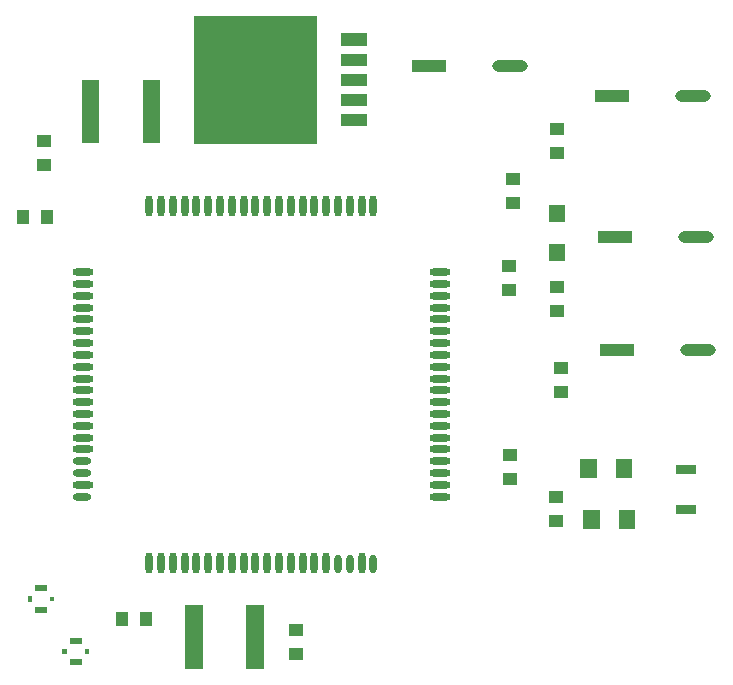
<source format=gtp>
G04 Layer_Color=8421504*
%FSLAX44Y44*%
%MOMM*%
G71*
G01*
G75*
%ADD12R,1.2700X1.0160*%
%ADD13O,3.0000X1.0000*%
%ADD14R,3.0000X1.0000*%
%ADD18R,1.0160X1.2700*%
%ADD20O,0.6000X1.8000*%
%ADD21O,1.8000X0.6000*%
%ADD22O,1.6000X0.6000*%
%ADD23O,0.6000X1.6000*%
G36*
X326310Y340510D02*
X316310D01*
Y345510D01*
X326310D01*
Y340510D01*
D02*
G37*
G36*
X332560Y332010D02*
X329060D01*
Y336010D01*
X332560D01*
Y332010D01*
D02*
G37*
G36*
X313560Y331760D02*
X310060D01*
Y336260D01*
X313560D01*
Y331760D01*
D02*
G37*
G36*
X875910Y405720D02*
X858910D01*
Y413720D01*
X875910D01*
Y405720D01*
D02*
G37*
G36*
X824611Y393319D02*
X810641D01*
Y409321D01*
X824611D01*
Y393319D01*
D02*
G37*
G36*
X794639D02*
X780669D01*
Y409321D01*
X794639D01*
Y393319D01*
D02*
G37*
G36*
X326310Y322510D02*
X316310D01*
Y327510D01*
X326310D01*
Y322510D01*
D02*
G37*
G36*
X355774Y278314D02*
X345774D01*
Y283314D01*
X355774D01*
Y278314D01*
D02*
G37*
G36*
X510020Y275006D02*
X495020D01*
Y329006D01*
X510020D01*
Y275006D01*
D02*
G37*
G36*
X458520D02*
X443520D01*
Y329006D01*
X458520D01*
Y275006D01*
D02*
G37*
G36*
X355774Y296314D02*
X345774D01*
Y301314D01*
X355774D01*
Y296314D01*
D02*
G37*
G36*
X362024Y287814D02*
X358524D01*
Y291814D01*
X362024D01*
Y287814D01*
D02*
G37*
G36*
X343024Y287564D02*
X339524D01*
Y292064D01*
X343024D01*
Y287564D01*
D02*
G37*
G36*
X597027Y751078D02*
X575437D01*
Y761746D01*
X597027D01*
Y751078D01*
D02*
G37*
G36*
Y734060D02*
X575437D01*
Y744728D01*
X597027D01*
Y734060D01*
D02*
G37*
G36*
X422390Y719760D02*
X407390D01*
Y773760D01*
X422390D01*
Y719760D01*
D02*
G37*
G36*
X597027Y802132D02*
X575437D01*
Y812800D01*
X597027D01*
Y802132D01*
D02*
G37*
G36*
Y785114D02*
X575437D01*
Y795782D01*
X597027D01*
Y785114D01*
D02*
G37*
G36*
Y768096D02*
X575437D01*
Y778764D01*
X597027D01*
Y768096D01*
D02*
G37*
G36*
X370890Y719760D02*
X355890D01*
Y773760D01*
X370890D01*
Y719760D01*
D02*
G37*
G36*
X875910Y439720D02*
X858910D01*
Y447720D01*
X875910D01*
Y439720D01*
D02*
G37*
G36*
X822071Y436499D02*
X808101D01*
Y452501D01*
X822071D01*
Y436499D01*
D02*
G37*
G36*
X792099D02*
X778129D01*
Y452501D01*
X792099D01*
Y436499D01*
D02*
G37*
G36*
X554970Y719430D02*
X450870D01*
Y827430D01*
X554970D01*
Y719430D01*
D02*
G37*
G36*
X765175Y653415D02*
X751205D01*
Y667385D01*
X765175D01*
Y653415D01*
D02*
G37*
G36*
Y620395D02*
X751205D01*
Y634365D01*
X765175D01*
Y620395D01*
D02*
G37*
D12*
X323850Y721360D02*
D03*
Y701040D02*
D03*
X757174Y420624D02*
D03*
Y400304D02*
D03*
X717550Y595630D02*
D03*
Y615950D02*
D03*
X721360Y669290D02*
D03*
Y689610D02*
D03*
X758190Y711200D02*
D03*
Y731520D02*
D03*
Y598170D02*
D03*
Y577850D02*
D03*
X762000Y529590D02*
D03*
Y509270D02*
D03*
X718820Y455930D02*
D03*
Y435610D02*
D03*
X537210Y287020D02*
D03*
Y307340D02*
D03*
D13*
X718820Y784860D02*
D03*
X873760Y759460D02*
D03*
X877570Y544830D02*
D03*
X876300Y640080D02*
D03*
D14*
X650240Y784860D02*
D03*
X805180Y759460D02*
D03*
X808990Y544830D02*
D03*
X807720Y640080D02*
D03*
D18*
X306578Y657098D02*
D03*
X326898D02*
D03*
X390144Y316738D02*
D03*
X410464D02*
D03*
D20*
X592940Y666680D02*
D03*
X582940D02*
D03*
X572940D02*
D03*
X562940D02*
D03*
X512940D02*
D03*
X522940D02*
D03*
X532940D02*
D03*
X542940D02*
D03*
X552940D02*
D03*
X462940D02*
D03*
X472940D02*
D03*
X482940D02*
D03*
X492940D02*
D03*
X502940D02*
D03*
X412940D02*
D03*
X422940D02*
D03*
X432940D02*
D03*
X442940D02*
D03*
X452940D02*
D03*
X602940D02*
D03*
X592940Y364680D02*
D03*
X562940D02*
D03*
X512940D02*
D03*
X522940D02*
D03*
X532940D02*
D03*
X542940D02*
D03*
X552940D02*
D03*
X462940D02*
D03*
X472940D02*
D03*
X482940D02*
D03*
X492940D02*
D03*
X502940D02*
D03*
X412940D02*
D03*
X422940D02*
D03*
X432940D02*
D03*
X442940D02*
D03*
X452940D02*
D03*
D21*
X356940Y430680D02*
D03*
Y460680D02*
D03*
Y510680D02*
D03*
Y500680D02*
D03*
Y490680D02*
D03*
Y480680D02*
D03*
Y470680D02*
D03*
Y560680D02*
D03*
Y550680D02*
D03*
Y540680D02*
D03*
Y530680D02*
D03*
Y520680D02*
D03*
Y610680D02*
D03*
Y600680D02*
D03*
Y590680D02*
D03*
Y580680D02*
D03*
Y570680D02*
D03*
X658940D02*
D03*
Y580680D02*
D03*
Y590680D02*
D03*
Y600680D02*
D03*
Y610680D02*
D03*
Y520680D02*
D03*
Y530680D02*
D03*
Y540680D02*
D03*
Y550680D02*
D03*
Y560680D02*
D03*
Y470680D02*
D03*
Y480680D02*
D03*
Y490680D02*
D03*
Y500680D02*
D03*
Y510680D02*
D03*
Y460680D02*
D03*
Y450680D02*
D03*
Y440680D02*
D03*
Y430680D02*
D03*
Y420680D02*
D03*
D22*
X355940Y440680D02*
D03*
Y450680D02*
D03*
Y420680D02*
D03*
D23*
X602940Y363680D02*
D03*
X582940D02*
D03*
X572940D02*
D03*
M02*

</source>
